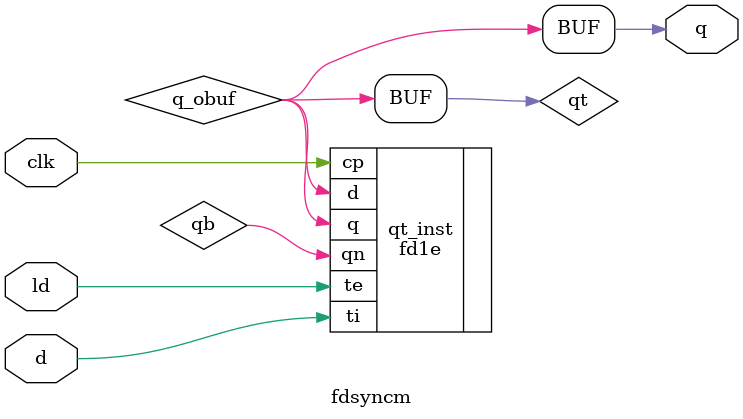
<source format=v>
`include "defs.v"

module fdsyncm
(
	output q,
	input d,
	input ld,
	input clk
);
wire qt;
wire qb;

// Output buffers
wire q_obuf;


// Output buffers
assign q = q_obuf;


// DUPLO.NET (285) - qt : fd1e
fd1e qt_inst
(
	.q /* OUT */ (qt),
	.qn /* OUT */ (qb),
	.d /* IN */ (q_obuf),
	.cp /* IN */ (clk),
	.ti /* IN */ (d),
	.te /* IN */ (ld)
);

// DUPLO.NET (286) - dummy : dummy

// DUPLO.NET (287) - q : nivm
assign q_obuf = qt;
endmodule

</source>
